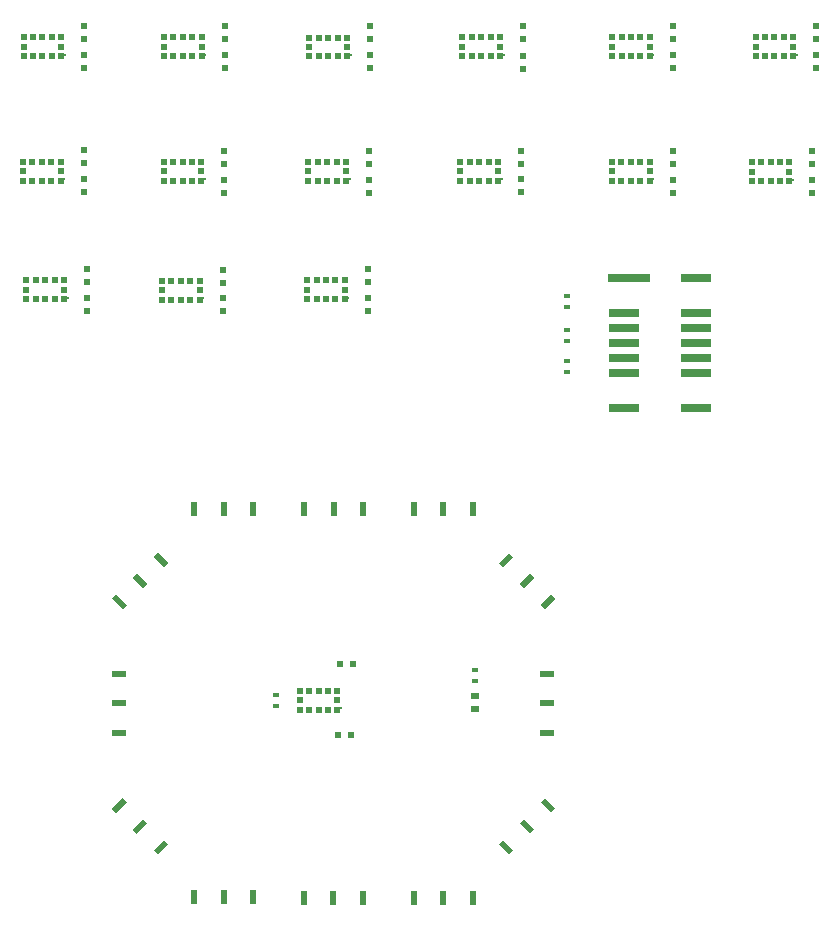
<source format=gtp>
G04 #@! TF.FileFunction,Paste,Top*
%FSLAX46Y46*%
G04 Gerber Fmt 4.6, Leading zero omitted, Abs format (unit mm)*
G04 Created by KiCad (PCBNEW 4.0.7-e2-6376~58~ubuntu16.04.1) date Fri Aug  3 16:41:56 2018*
%MOMM*%
%LPD*%
G01*
G04 APERTURE LIST*
%ADD10C,0.100000*%
%ADD11R,0.500000X1.250000*%
%ADD12R,0.500000X0.500000*%
%ADD13R,0.250000X0.250000*%
%ADD14R,1.250000X0.500000*%
%ADD15R,0.600000X0.500000*%
%ADD16R,0.700000X0.600000*%
%ADD17R,0.600000X0.400000*%
%ADD18R,3.600000X0.800000*%
%ADD19R,2.600000X0.700000*%
%ADD20R,2.600000X0.800000*%
%ADD21R,0.500000X0.600000*%
G04 APERTURE END LIST*
D10*
D11*
X131830000Y-90290000D03*
X129330000Y-90290000D03*
X126830000Y-90290000D03*
X141110000Y-90320000D03*
X138610000Y-90320000D03*
X136110000Y-90320000D03*
X150380000Y-90300000D03*
X147880000Y-90300000D03*
X145380000Y-90300000D03*
X145390000Y-123200000D03*
X147890000Y-123200000D03*
X150390000Y-123200000D03*
X126820000Y-123140000D03*
X129320000Y-123140000D03*
X131820000Y-123140000D03*
D12*
X138940000Y-107310000D03*
X138140000Y-107310000D03*
X137340000Y-107310000D03*
X136540000Y-107310000D03*
X135740000Y-107310000D03*
X135740000Y-106510000D03*
X135740000Y-105710000D03*
X136540000Y-105710000D03*
X137340000Y-105710000D03*
X138140000Y-105710000D03*
X138940000Y-105710000D03*
X138940000Y-106510000D03*
D13*
X139240000Y-107185000D03*
D10*
G36*
X157356485Y-97882602D02*
X156472602Y-98766485D01*
X156119049Y-98412932D01*
X157002932Y-97529049D01*
X157356485Y-97882602D01*
X157356485Y-97882602D01*
G37*
G36*
X155588718Y-96114835D02*
X154704835Y-96998718D01*
X154351282Y-96645165D01*
X155235165Y-95761282D01*
X155588718Y-96114835D01*
X155588718Y-96114835D01*
G37*
G36*
X153820951Y-94347068D02*
X152937068Y-95230951D01*
X152583515Y-94877398D01*
X153467398Y-93993515D01*
X153820951Y-94347068D01*
X153820951Y-94347068D01*
G37*
D14*
X156720000Y-109250000D03*
X156720000Y-106750000D03*
X156720000Y-104250000D03*
X120460000Y-104260000D03*
X120460000Y-106760000D03*
X120460000Y-109260000D03*
D11*
X136100000Y-123200000D03*
X138600000Y-123200000D03*
X141100000Y-123200000D03*
D10*
G36*
X119843515Y-115677398D02*
X120727398Y-114793515D01*
X121080951Y-115147068D01*
X120197068Y-116030951D01*
X119843515Y-115677398D01*
X119843515Y-115677398D01*
G37*
G36*
X121611282Y-117445165D02*
X122495165Y-116561282D01*
X122848718Y-116914835D01*
X121964835Y-117798718D01*
X121611282Y-117445165D01*
X121611282Y-117445165D01*
G37*
G36*
X123379049Y-119212932D02*
X124262932Y-118329049D01*
X124616485Y-118682602D01*
X123732602Y-119566485D01*
X123379049Y-119212932D01*
X123379049Y-119212932D01*
G37*
G36*
X153487398Y-119536485D02*
X152603515Y-118652602D01*
X152957068Y-118299049D01*
X153840951Y-119182932D01*
X153487398Y-119536485D01*
X153487398Y-119536485D01*
G37*
G36*
X155255165Y-117768718D02*
X154371282Y-116884835D01*
X154724835Y-116531282D01*
X155608718Y-117415165D01*
X155255165Y-117768718D01*
X155255165Y-117768718D01*
G37*
G36*
X157022932Y-116000951D02*
X156139049Y-115117068D01*
X156492602Y-114763515D01*
X157376485Y-115647398D01*
X157022932Y-116000951D01*
X157022932Y-116000951D01*
G37*
G36*
X123752602Y-93983515D02*
X124636485Y-94867398D01*
X124282932Y-95220951D01*
X123399049Y-94337068D01*
X123752602Y-93983515D01*
X123752602Y-93983515D01*
G37*
G36*
X121984835Y-95751282D02*
X122868718Y-96635165D01*
X122515165Y-96988718D01*
X121631282Y-96104835D01*
X121984835Y-95751282D01*
X121984835Y-95751282D01*
G37*
G36*
X120217068Y-97519049D02*
X121100951Y-98402932D01*
X120747398Y-98756485D01*
X119863515Y-97872602D01*
X120217068Y-97519049D01*
X120217068Y-97519049D01*
G37*
D15*
X138950000Y-109400000D03*
X140050000Y-109400000D03*
X140250000Y-103425000D03*
X139150000Y-103425000D03*
D16*
X150625000Y-106150000D03*
X150625000Y-107250000D03*
D17*
X150625000Y-103950000D03*
X150625000Y-104850000D03*
X133750000Y-106950000D03*
X133750000Y-106050000D03*
X158410000Y-77775000D03*
X158410000Y-78675000D03*
X158410000Y-75175000D03*
X158410000Y-76075000D03*
X158410000Y-72275000D03*
X158410000Y-73175000D03*
D18*
X163660000Y-70775000D03*
D19*
X163160000Y-76275000D03*
X163160000Y-77545000D03*
X163160000Y-78815000D03*
X163160000Y-75005000D03*
X163160000Y-73735000D03*
X169260000Y-73735000D03*
X169260000Y-78815000D03*
X169260000Y-77545000D03*
X169260000Y-76275000D03*
X169260000Y-75005000D03*
D20*
X169260000Y-70775000D03*
X169260000Y-81775000D03*
X163160000Y-81775000D03*
D21*
X179485000Y-49420000D03*
X179485000Y-50520000D03*
X179485000Y-52970000D03*
X179485000Y-51870000D03*
X117515000Y-52975000D03*
X117515000Y-51875000D03*
X117515000Y-49400000D03*
X117515000Y-50500000D03*
D12*
X177535000Y-51970000D03*
X176735000Y-51970000D03*
X175935000Y-51970000D03*
X175135000Y-51970000D03*
X174335000Y-51970000D03*
X174335000Y-51170000D03*
X174335000Y-50370000D03*
X175135000Y-50370000D03*
X175935000Y-50370000D03*
X176735000Y-50370000D03*
X177535000Y-50370000D03*
X177535000Y-51170000D03*
D13*
X177835000Y-51845000D03*
D12*
X115565000Y-51975000D03*
X114765000Y-51975000D03*
X113965000Y-51975000D03*
X113165000Y-51975000D03*
X112365000Y-51975000D03*
X112365000Y-51175000D03*
X112365000Y-50375000D03*
X113165000Y-50375000D03*
X113965000Y-50375000D03*
X114765000Y-50375000D03*
X115565000Y-50375000D03*
X115565000Y-51175000D03*
D13*
X115865000Y-51850000D03*
D21*
X129395000Y-52975000D03*
X129395000Y-51875000D03*
X129395000Y-49425000D03*
X129395000Y-50525000D03*
X179155000Y-63545000D03*
X179155000Y-62445000D03*
X179155000Y-59995000D03*
X179155000Y-61095000D03*
X141515000Y-73535000D03*
X141515000Y-72435000D03*
X141515000Y-69985000D03*
X141515000Y-71085000D03*
D12*
X127445000Y-51975000D03*
X126645000Y-51975000D03*
X125845000Y-51975000D03*
X125045000Y-51975000D03*
X124245000Y-51975000D03*
X124245000Y-51175000D03*
X124245000Y-50375000D03*
X125045000Y-50375000D03*
X125845000Y-50375000D03*
X126645000Y-50375000D03*
X127445000Y-50375000D03*
X127445000Y-51175000D03*
D13*
X127745000Y-51850000D03*
D12*
X177205000Y-62545000D03*
X176405000Y-62545000D03*
X175605000Y-62545000D03*
X174805000Y-62545000D03*
X174005000Y-62545000D03*
X174005000Y-61745000D03*
X174005000Y-60945000D03*
X174805000Y-60945000D03*
X175605000Y-60945000D03*
X176405000Y-60945000D03*
X177205000Y-60945000D03*
X177205000Y-61745000D03*
D13*
X177505000Y-62420000D03*
D12*
X139565000Y-72535000D03*
X138765000Y-72535000D03*
X137965000Y-72535000D03*
X137165000Y-72535000D03*
X136365000Y-72535000D03*
X136365000Y-71735000D03*
X136365000Y-70935000D03*
X137165000Y-70935000D03*
X137965000Y-70935000D03*
X138765000Y-70935000D03*
X139565000Y-70935000D03*
X139565000Y-71735000D03*
D13*
X139865000Y-72410000D03*
D21*
X167340000Y-52970000D03*
X167340000Y-51870000D03*
X167340000Y-49420000D03*
X167340000Y-50520000D03*
D12*
X165390000Y-51970000D03*
X164590000Y-51970000D03*
X163790000Y-51970000D03*
X162990000Y-51970000D03*
X162190000Y-51970000D03*
X162190000Y-51170000D03*
X162190000Y-50370000D03*
X162990000Y-50370000D03*
X163790000Y-50370000D03*
X164590000Y-50370000D03*
X165390000Y-50370000D03*
X165390000Y-51170000D03*
D13*
X165690000Y-51845000D03*
D21*
X117720000Y-73540000D03*
X117720000Y-72440000D03*
X117720000Y-70020000D03*
X117720000Y-71120000D03*
X154680000Y-53010000D03*
X154680000Y-51910000D03*
X154680000Y-49440000D03*
X154680000Y-50540000D03*
X129370000Y-63530000D03*
X129370000Y-62430000D03*
X129360000Y-60000000D03*
X129360000Y-61100000D03*
X117440000Y-63500000D03*
X117440000Y-62400000D03*
X117440000Y-59950000D03*
X117440000Y-61050000D03*
X141690000Y-52980000D03*
X141690000Y-51880000D03*
X141690000Y-49410000D03*
X141690000Y-50510000D03*
X167320000Y-63530000D03*
X167320000Y-62430000D03*
X167320000Y-59980000D03*
X167320000Y-61080000D03*
X129240000Y-73580000D03*
X129240000Y-72480000D03*
X129240000Y-70040000D03*
X129240000Y-71140000D03*
X154480000Y-63500000D03*
X154480000Y-62400000D03*
X154480000Y-59980000D03*
X154480000Y-61080000D03*
X141610000Y-63550000D03*
X141610000Y-62450000D03*
X141620000Y-60000000D03*
X141620000Y-61100000D03*
D12*
X115790000Y-72545000D03*
X114990000Y-72545000D03*
X114190000Y-72545000D03*
X113390000Y-72545000D03*
X112590000Y-72545000D03*
X112590000Y-71745000D03*
X112590000Y-70945000D03*
X113390000Y-70945000D03*
X114190000Y-70945000D03*
X114990000Y-70945000D03*
X115790000Y-70945000D03*
X115790000Y-71745000D03*
D13*
X116090000Y-72420000D03*
D12*
X152700000Y-51980000D03*
X151900000Y-51980000D03*
X151100000Y-51980000D03*
X150300000Y-51980000D03*
X149500000Y-51980000D03*
X149500000Y-51180000D03*
X149500000Y-50380000D03*
X150300000Y-50380000D03*
X151100000Y-50380000D03*
X151900000Y-50380000D03*
X152700000Y-50380000D03*
X152700000Y-51180000D03*
D13*
X153000000Y-51855000D03*
D12*
X127420000Y-62520000D03*
X126620000Y-62520000D03*
X125820000Y-62520000D03*
X125020000Y-62520000D03*
X124220000Y-62520000D03*
X124220000Y-61720000D03*
X124220000Y-60920000D03*
X125020000Y-60920000D03*
X125820000Y-60920000D03*
X126620000Y-60920000D03*
X127420000Y-60920000D03*
X127420000Y-61720000D03*
D13*
X127720000Y-62395000D03*
D12*
X115510000Y-62495000D03*
X114710000Y-62495000D03*
X113910000Y-62495000D03*
X113110000Y-62495000D03*
X112310000Y-62495000D03*
X112310000Y-61695000D03*
X112310000Y-60895000D03*
X113110000Y-60895000D03*
X113910000Y-60895000D03*
X114710000Y-60895000D03*
X115510000Y-60895000D03*
X115510000Y-61695000D03*
D13*
X115810000Y-62370000D03*
D12*
X139760000Y-51990000D03*
X138960000Y-51990000D03*
X138160000Y-51990000D03*
X137360000Y-51990000D03*
X136560000Y-51990000D03*
X136560000Y-51190000D03*
X136560000Y-50390000D03*
X137360000Y-50390000D03*
X138160000Y-50390000D03*
X138960000Y-50390000D03*
X139760000Y-50390000D03*
X139760000Y-51190000D03*
D13*
X140060000Y-51865000D03*
D12*
X165380000Y-62510000D03*
X164580000Y-62510000D03*
X163780000Y-62510000D03*
X162980000Y-62510000D03*
X162180000Y-62510000D03*
X162180000Y-61710000D03*
X162180000Y-60910000D03*
X162980000Y-60910000D03*
X163780000Y-60910000D03*
X164580000Y-60910000D03*
X165380000Y-60910000D03*
X165380000Y-61710000D03*
D13*
X165680000Y-62385000D03*
D12*
X127260000Y-72590000D03*
X126460000Y-72590000D03*
X125660000Y-72590000D03*
X124860000Y-72590000D03*
X124060000Y-72590000D03*
X124060000Y-71790000D03*
X124060000Y-70990000D03*
X124860000Y-70990000D03*
X125660000Y-70990000D03*
X126460000Y-70990000D03*
X127260000Y-70990000D03*
X127260000Y-71790000D03*
D13*
X127560000Y-72465000D03*
D12*
X152540000Y-62510000D03*
X151740000Y-62510000D03*
X150940000Y-62510000D03*
X150140000Y-62510000D03*
X149340000Y-62510000D03*
X149340000Y-61710000D03*
X149340000Y-60910000D03*
X150140000Y-60910000D03*
X150940000Y-60910000D03*
X151740000Y-60910000D03*
X152540000Y-60910000D03*
X152540000Y-61710000D03*
D13*
X152840000Y-62385000D03*
D12*
X139670000Y-62520000D03*
X138870000Y-62520000D03*
X138070000Y-62520000D03*
X137270000Y-62520000D03*
X136470000Y-62520000D03*
X136470000Y-61720000D03*
X136470000Y-60920000D03*
X137270000Y-60920000D03*
X138070000Y-60920000D03*
X138870000Y-60920000D03*
X139670000Y-60920000D03*
X139670000Y-61720000D03*
D13*
X139970000Y-62395000D03*
M02*

</source>
